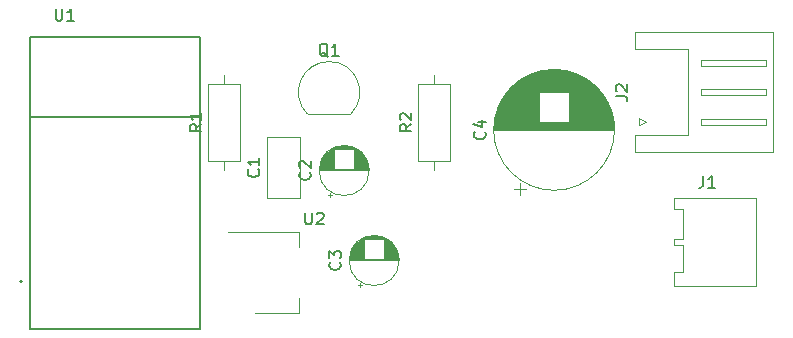
<source format=gbr>
%TF.GenerationSoftware,KiCad,Pcbnew,6.0.6-3a73a75311~116~ubuntu20.04.1*%
%TF.CreationDate,2022-07-17T11:06:13-05:00*%
%TF.ProjectId,esp_ha_integrator,6573705f-6861-45f6-996e-746567726174,rev?*%
%TF.SameCoordinates,Original*%
%TF.FileFunction,Legend,Top*%
%TF.FilePolarity,Positive*%
%FSLAX46Y46*%
G04 Gerber Fmt 4.6, Leading zero omitted, Abs format (unit mm)*
G04 Created by KiCad (PCBNEW 6.0.6-3a73a75311~116~ubuntu20.04.1) date 2022-07-17 11:06:13*
%MOMM*%
%LPD*%
G01*
G04 APERTURE LIST*
%ADD10C,0.150000*%
%ADD11C,0.127000*%
%ADD12C,0.200000*%
%ADD13C,0.120000*%
%ADD14C,0.100000*%
G04 APERTURE END LIST*
D10*
%TO.C,U1*%
X117818095Y-74207380D02*
X117818095Y-75016904D01*
X117865714Y-75112142D01*
X117913333Y-75159761D01*
X118008571Y-75207380D01*
X118199047Y-75207380D01*
X118294285Y-75159761D01*
X118341904Y-75112142D01*
X118389523Y-75016904D01*
X118389523Y-74207380D01*
X119389523Y-75207380D02*
X118818095Y-75207380D01*
X119103809Y-75207380D02*
X119103809Y-74207380D01*
X119008571Y-74350238D01*
X118913333Y-74445476D01*
X118818095Y-74493095D01*
%TO.C,J2*%
X165222380Y-81613333D02*
X165936666Y-81613333D01*
X166079523Y-81660952D01*
X166174761Y-81756190D01*
X166222380Y-81899047D01*
X166222380Y-81994285D01*
X165317619Y-81184761D02*
X165270000Y-81137142D01*
X165222380Y-81041904D01*
X165222380Y-80803809D01*
X165270000Y-80708571D01*
X165317619Y-80660952D01*
X165412857Y-80613333D01*
X165508095Y-80613333D01*
X165650952Y-80660952D01*
X166222380Y-81232380D01*
X166222380Y-80613333D01*
%TO.C,J1*%
X172640666Y-88352380D02*
X172640666Y-89066666D01*
X172593047Y-89209523D01*
X172497809Y-89304761D01*
X172354952Y-89352380D01*
X172259714Y-89352380D01*
X173640666Y-89352380D02*
X173069238Y-89352380D01*
X173354952Y-89352380D02*
X173354952Y-88352380D01*
X173259714Y-88495238D01*
X173164476Y-88590476D01*
X173069238Y-88638095D01*
%TO.C,Q1*%
X140874761Y-78267619D02*
X140779523Y-78220000D01*
X140684285Y-78124761D01*
X140541428Y-77981904D01*
X140446190Y-77934285D01*
X140350952Y-77934285D01*
X140398571Y-78172380D02*
X140303333Y-78124761D01*
X140208095Y-78029523D01*
X140160476Y-77839047D01*
X140160476Y-77505714D01*
X140208095Y-77315238D01*
X140303333Y-77220000D01*
X140398571Y-77172380D01*
X140589047Y-77172380D01*
X140684285Y-77220000D01*
X140779523Y-77315238D01*
X140827142Y-77505714D01*
X140827142Y-77839047D01*
X140779523Y-78029523D01*
X140684285Y-78124761D01*
X140589047Y-78172380D01*
X140398571Y-78172380D01*
X141779523Y-78172380D02*
X141208095Y-78172380D01*
X141493809Y-78172380D02*
X141493809Y-77172380D01*
X141398571Y-77315238D01*
X141303333Y-77410476D01*
X141208095Y-77458095D01*
%TO.C,R2*%
X147942380Y-83986666D02*
X147466190Y-84320000D01*
X147942380Y-84558095D02*
X146942380Y-84558095D01*
X146942380Y-84177142D01*
X146990000Y-84081904D01*
X147037619Y-84034285D01*
X147132857Y-83986666D01*
X147275714Y-83986666D01*
X147370952Y-84034285D01*
X147418571Y-84081904D01*
X147466190Y-84177142D01*
X147466190Y-84558095D01*
X147037619Y-83605714D02*
X146990000Y-83558095D01*
X146942380Y-83462857D01*
X146942380Y-83224761D01*
X146990000Y-83129523D01*
X147037619Y-83081904D01*
X147132857Y-83034285D01*
X147228095Y-83034285D01*
X147370952Y-83081904D01*
X147942380Y-83653333D01*
X147942380Y-83034285D01*
%TO.C,C3*%
X141887142Y-95686666D02*
X141934761Y-95734285D01*
X141982380Y-95877142D01*
X141982380Y-95972380D01*
X141934761Y-96115238D01*
X141839523Y-96210476D01*
X141744285Y-96258095D01*
X141553809Y-96305714D01*
X141410952Y-96305714D01*
X141220476Y-96258095D01*
X141125238Y-96210476D01*
X141030000Y-96115238D01*
X140982380Y-95972380D01*
X140982380Y-95877142D01*
X141030000Y-95734285D01*
X141077619Y-95686666D01*
X140982380Y-95353333D02*
X140982380Y-94734285D01*
X141363333Y-95067619D01*
X141363333Y-94924761D01*
X141410952Y-94829523D01*
X141458571Y-94781904D01*
X141553809Y-94734285D01*
X141791904Y-94734285D01*
X141887142Y-94781904D01*
X141934761Y-94829523D01*
X141982380Y-94924761D01*
X141982380Y-95210476D01*
X141934761Y-95305714D01*
X141887142Y-95353333D01*
%TO.C,C1*%
X134977142Y-87816666D02*
X135024761Y-87864285D01*
X135072380Y-88007142D01*
X135072380Y-88102380D01*
X135024761Y-88245238D01*
X134929523Y-88340476D01*
X134834285Y-88388095D01*
X134643809Y-88435714D01*
X134500952Y-88435714D01*
X134310476Y-88388095D01*
X134215238Y-88340476D01*
X134120000Y-88245238D01*
X134072380Y-88102380D01*
X134072380Y-88007142D01*
X134120000Y-87864285D01*
X134167619Y-87816666D01*
X135072380Y-86864285D02*
X135072380Y-87435714D01*
X135072380Y-87150000D02*
X134072380Y-87150000D01*
X134215238Y-87245238D01*
X134310476Y-87340476D01*
X134358095Y-87435714D01*
%TO.C,C2*%
X139347142Y-88066666D02*
X139394761Y-88114285D01*
X139442380Y-88257142D01*
X139442380Y-88352380D01*
X139394761Y-88495238D01*
X139299523Y-88590476D01*
X139204285Y-88638095D01*
X139013809Y-88685714D01*
X138870952Y-88685714D01*
X138680476Y-88638095D01*
X138585238Y-88590476D01*
X138490000Y-88495238D01*
X138442380Y-88352380D01*
X138442380Y-88257142D01*
X138490000Y-88114285D01*
X138537619Y-88066666D01*
X138537619Y-87685714D02*
X138490000Y-87638095D01*
X138442380Y-87542857D01*
X138442380Y-87304761D01*
X138490000Y-87209523D01*
X138537619Y-87161904D01*
X138632857Y-87114285D01*
X138728095Y-87114285D01*
X138870952Y-87161904D01*
X139442380Y-87733333D01*
X139442380Y-87114285D01*
%TO.C,C4*%
X154127142Y-84626666D02*
X154174761Y-84674285D01*
X154222380Y-84817142D01*
X154222380Y-84912380D01*
X154174761Y-85055238D01*
X154079523Y-85150476D01*
X153984285Y-85198095D01*
X153793809Y-85245714D01*
X153650952Y-85245714D01*
X153460476Y-85198095D01*
X153365238Y-85150476D01*
X153270000Y-85055238D01*
X153222380Y-84912380D01*
X153222380Y-84817142D01*
X153270000Y-84674285D01*
X153317619Y-84626666D01*
X153555714Y-83769523D02*
X154222380Y-83769523D01*
X153174761Y-84007619D02*
X153889047Y-84245714D01*
X153889047Y-83626666D01*
%TO.C,R1*%
X130162380Y-83986666D02*
X129686190Y-84320000D01*
X130162380Y-84558095D02*
X129162380Y-84558095D01*
X129162380Y-84177142D01*
X129210000Y-84081904D01*
X129257619Y-84034285D01*
X129352857Y-83986666D01*
X129495714Y-83986666D01*
X129590952Y-84034285D01*
X129638571Y-84081904D01*
X129686190Y-84177142D01*
X129686190Y-84558095D01*
X130162380Y-83034285D02*
X130162380Y-83605714D01*
X130162380Y-83320000D02*
X129162380Y-83320000D01*
X129305238Y-83415238D01*
X129400476Y-83510476D01*
X129448095Y-83605714D01*
%TO.C,U2*%
X138938095Y-91472380D02*
X138938095Y-92281904D01*
X138985714Y-92377142D01*
X139033333Y-92424761D01*
X139128571Y-92472380D01*
X139319047Y-92472380D01*
X139414285Y-92424761D01*
X139461904Y-92377142D01*
X139509523Y-92281904D01*
X139509523Y-91472380D01*
X139938095Y-91567619D02*
X139985714Y-91520000D01*
X140080952Y-91472380D01*
X140319047Y-91472380D01*
X140414285Y-91520000D01*
X140461904Y-91567619D01*
X140509523Y-91662857D01*
X140509523Y-91758095D01*
X140461904Y-91900952D01*
X139890476Y-92472380D01*
X140509523Y-92472380D01*
D11*
%TO.C,U1*%
X130055000Y-101340000D02*
X115655000Y-101340000D01*
X115655000Y-101340000D02*
X115655000Y-83340000D01*
X130055000Y-83340000D02*
X115655000Y-83340000D01*
X115655000Y-83340000D02*
X115655000Y-76640000D01*
X130055000Y-83340000D02*
X130055000Y-101340000D01*
X115655000Y-76640000D02*
X130055000Y-76640000D01*
X130055000Y-76640000D02*
X130055000Y-83340000D01*
D12*
X115005000Y-97300000D02*
G75*
G03*
X115005000Y-97300000I-100000J0D01*
G01*
D13*
%TO.C,J2*%
X172470000Y-81530000D02*
X177970000Y-81530000D01*
X177970000Y-81030000D02*
X172470000Y-81030000D01*
X172470000Y-83530000D02*
X172470000Y-84030000D01*
X167170000Y-83480000D02*
X167770000Y-83780000D01*
X177970000Y-78530000D02*
X172470000Y-78530000D01*
X172470000Y-84030000D02*
X177970000Y-84030000D01*
X177970000Y-84030000D02*
X177970000Y-83530000D01*
X177970000Y-79030000D02*
X177970000Y-78530000D01*
X167770000Y-83780000D02*
X167170000Y-84080000D01*
X172470000Y-79030000D02*
X177970000Y-79030000D01*
X167170000Y-84080000D02*
X167170000Y-83480000D01*
X171360000Y-84920000D02*
X171360000Y-81280000D01*
X166860000Y-76220000D02*
X166860000Y-77640000D01*
X177970000Y-81530000D02*
X177970000Y-81030000D01*
X178580000Y-76220000D02*
X166860000Y-76220000D01*
X166860000Y-77640000D02*
X171360000Y-77640000D01*
X171360000Y-77640000D02*
X171360000Y-81280000D01*
X172470000Y-78530000D02*
X172470000Y-79030000D01*
X166860000Y-84920000D02*
X171360000Y-84920000D01*
X178580000Y-81280000D02*
X178580000Y-76220000D01*
X166860000Y-86340000D02*
X166860000Y-84920000D01*
X177970000Y-83530000D02*
X172470000Y-83530000D01*
X178580000Y-81280000D02*
X178580000Y-86340000D01*
X178580000Y-86340000D02*
X166860000Y-86340000D01*
X172470000Y-81030000D02*
X172470000Y-81530000D01*
%TO.C,J1*%
X170180000Y-93726000D02*
X170180000Y-94234000D01*
X170942000Y-91186000D02*
X170942000Y-93726000D01*
X170180000Y-90260000D02*
X170180000Y-91186000D01*
X170942000Y-94234000D02*
X170942000Y-96520000D01*
X177120000Y-90260000D02*
X177120000Y-97700000D01*
X170942000Y-93726000D02*
X170180000Y-93726000D01*
X170180000Y-94234000D02*
X170942000Y-94234000D01*
D14*
X170180000Y-97700000D02*
X177120000Y-97700000D01*
D13*
X170942000Y-96520000D02*
X170180000Y-96520000D01*
X170180000Y-96520000D02*
X170180000Y-97700000D01*
D14*
X170180000Y-90260000D02*
X177120000Y-90260000D01*
D13*
X170180000Y-91186000D02*
X170942000Y-91186000D01*
%TO.C,Q1*%
X139170000Y-83130000D02*
X142770000Y-83130000D01*
X142808478Y-83118478D02*
G75*
G03*
X140970000Y-78680000I-1838478J1838478D01*
G01*
X140970000Y-78679999D02*
G75*
G03*
X139131522Y-83118478I0J-2600001D01*
G01*
%TO.C,R2*%
X148490000Y-80550000D02*
X148490000Y-87090000D01*
X148490000Y-87090000D02*
X151230000Y-87090000D01*
X149860000Y-87860000D02*
X149860000Y-87090000D01*
X149860000Y-79780000D02*
X149860000Y-80550000D01*
X151230000Y-80550000D02*
X148490000Y-80550000D01*
X151230000Y-87090000D02*
X151230000Y-80550000D01*
%TO.C,C3*%
X143045000Y-94359000D02*
X143940000Y-94359000D01*
X143580000Y-93799000D02*
X143940000Y-93799000D01*
X143072000Y-94319000D02*
X143940000Y-94319000D01*
X145620000Y-95000000D02*
X146796000Y-95000000D01*
X145620000Y-93879000D02*
X146084000Y-93879000D01*
X145620000Y-94960000D02*
X146785000Y-94960000D01*
X143526000Y-93839000D02*
X143940000Y-93839000D01*
X142755000Y-95040000D02*
X143940000Y-95040000D01*
X144243000Y-93479000D02*
X145317000Y-93479000D01*
X142738000Y-95120000D02*
X143940000Y-95120000D01*
X144410000Y-93439000D02*
X145150000Y-93439000D01*
X142709000Y-95320000D02*
X143940000Y-95320000D01*
X145620000Y-94719000D02*
X146704000Y-94719000D01*
X145620000Y-94799000D02*
X146734000Y-94799000D01*
X145620000Y-94880000D02*
X146762000Y-94880000D01*
X145620000Y-94399000D02*
X146540000Y-94399000D01*
X145620000Y-93919000D02*
X146131000Y-93919000D01*
X145620000Y-93759000D02*
X145922000Y-93759000D01*
X145620000Y-95280000D02*
X146847000Y-95280000D01*
X142764000Y-95000000D02*
X143940000Y-95000000D01*
X143840000Y-93639000D02*
X145720000Y-93639000D01*
X143700000Y-93719000D02*
X143940000Y-93719000D01*
X145620000Y-94079000D02*
X146296000Y-94079000D01*
X145620000Y-95320000D02*
X146851000Y-95320000D01*
X142718000Y-95240000D02*
X143940000Y-95240000D01*
X145620000Y-94559000D02*
X146631000Y-94559000D01*
X145620000Y-95160000D02*
X146830000Y-95160000D01*
X142730000Y-95160000D02*
X143940000Y-95160000D01*
X145620000Y-94319000D02*
X146488000Y-94319000D01*
X145620000Y-93839000D02*
X146034000Y-93839000D01*
X145620000Y-94840000D02*
X146748000Y-94840000D01*
X143020000Y-94399000D02*
X143940000Y-94399000D01*
X145620000Y-94679000D02*
X146687000Y-94679000D01*
X143585000Y-97789801D02*
X143585000Y-97389801D01*
X145620000Y-94039000D02*
X146258000Y-94039000D01*
X142700000Y-95480000D02*
X146860000Y-95480000D01*
X143385000Y-97589801D02*
X143785000Y-97589801D01*
X144012000Y-93559000D02*
X145548000Y-93559000D01*
X145620000Y-95080000D02*
X146814000Y-95080000D01*
X145620000Y-94279000D02*
X146460000Y-94279000D01*
X145620000Y-94359000D02*
X146515000Y-94359000D01*
X143476000Y-93879000D02*
X143940000Y-93879000D01*
X143384000Y-93959000D02*
X143940000Y-93959000D01*
X145620000Y-95120000D02*
X146822000Y-95120000D01*
X145620000Y-94519000D02*
X146610000Y-94519000D01*
X142856000Y-94719000D02*
X143940000Y-94719000D01*
X143193000Y-94159000D02*
X143940000Y-94159000D01*
X145620000Y-94439000D02*
X146565000Y-94439000D01*
X142746000Y-95080000D02*
X143940000Y-95080000D01*
X142840000Y-94759000D02*
X143940000Y-94759000D01*
X143264000Y-94079000D02*
X143940000Y-94079000D01*
X142950000Y-94519000D02*
X143940000Y-94519000D01*
X145620000Y-93999000D02*
X146218000Y-93999000D01*
X143767000Y-93679000D02*
X145793000Y-93679000D01*
X142812000Y-94840000D02*
X143940000Y-94840000D01*
X142703000Y-95400000D02*
X146857000Y-95400000D01*
X145620000Y-94920000D02*
X146774000Y-94920000D01*
X142891000Y-94639000D02*
X143940000Y-94639000D01*
X144116000Y-93519000D02*
X145444000Y-93519000D01*
X143130000Y-94239000D02*
X143940000Y-94239000D01*
X145620000Y-94759000D02*
X146720000Y-94759000D01*
X142706000Y-95360000D02*
X146854000Y-95360000D01*
X143302000Y-94039000D02*
X143940000Y-94039000D01*
X143429000Y-93919000D02*
X143940000Y-93919000D01*
X142910000Y-94599000D02*
X143940000Y-94599000D01*
X145620000Y-94119000D02*
X146332000Y-94119000D01*
X142972000Y-94479000D02*
X143940000Y-94479000D01*
X143342000Y-93999000D02*
X143940000Y-93999000D01*
X145620000Y-95200000D02*
X146836000Y-95200000D01*
X142798000Y-94880000D02*
X143940000Y-94880000D01*
X143100000Y-94279000D02*
X143940000Y-94279000D01*
X145620000Y-93799000D02*
X145980000Y-93799000D01*
X145620000Y-94159000D02*
X146367000Y-94159000D01*
X145620000Y-94479000D02*
X146588000Y-94479000D01*
X143161000Y-94199000D02*
X143940000Y-94199000D01*
X142995000Y-94439000D02*
X143940000Y-94439000D01*
X145620000Y-94239000D02*
X146430000Y-94239000D01*
X143921000Y-93599000D02*
X145639000Y-93599000D01*
X142701000Y-95440000D02*
X146859000Y-95440000D01*
X145620000Y-95240000D02*
X146842000Y-95240000D01*
X142724000Y-95200000D02*
X143940000Y-95200000D01*
X142786000Y-94920000D02*
X143940000Y-94920000D01*
X142929000Y-94559000D02*
X143940000Y-94559000D01*
X145620000Y-94639000D02*
X146669000Y-94639000D01*
X142713000Y-95280000D02*
X143940000Y-95280000D01*
X142873000Y-94679000D02*
X143940000Y-94679000D01*
X142700000Y-95520000D02*
X146860000Y-95520000D01*
X142826000Y-94799000D02*
X143940000Y-94799000D01*
X142775000Y-94960000D02*
X143940000Y-94960000D01*
X145620000Y-95040000D02*
X146805000Y-95040000D01*
X145620000Y-93719000D02*
X145860000Y-93719000D01*
X145620000Y-94599000D02*
X146650000Y-94599000D01*
X145620000Y-93959000D02*
X146176000Y-93959000D01*
X143228000Y-94119000D02*
X143940000Y-94119000D01*
X143638000Y-93759000D02*
X143940000Y-93759000D01*
X145620000Y-94199000D02*
X146399000Y-94199000D01*
X146900000Y-95520000D02*
G75*
G03*
X146900000Y-95520000I-2120000J0D01*
G01*
%TO.C,C1*%
X138490000Y-90270000D02*
X138490000Y-85030000D01*
X135750000Y-90270000D02*
X135750000Y-85030000D01*
X135750000Y-85030000D02*
X138490000Y-85030000D01*
X135750000Y-90270000D02*
X138490000Y-90270000D01*
%TO.C,C2*%
X140160000Y-87860000D02*
X144320000Y-87860000D01*
X140206000Y-87460000D02*
X141400000Y-87460000D01*
X141472000Y-85939000D02*
X143008000Y-85939000D01*
X141300000Y-86019000D02*
X143180000Y-86019000D01*
X140845000Y-89969801D02*
X141245000Y-89969801D01*
X140986000Y-86219000D02*
X141400000Y-86219000D01*
X140166000Y-87740000D02*
X144314000Y-87740000D01*
X143080000Y-87099000D02*
X144164000Y-87099000D01*
X143080000Y-86099000D02*
X143320000Y-86099000D01*
X140224000Y-87380000D02*
X141400000Y-87380000D01*
X140762000Y-86419000D02*
X141400000Y-86419000D01*
X143080000Y-87580000D02*
X144296000Y-87580000D01*
X143080000Y-87059000D02*
X144147000Y-87059000D01*
X140169000Y-87700000D02*
X141400000Y-87700000D01*
X141160000Y-86099000D02*
X141400000Y-86099000D01*
X140300000Y-87139000D02*
X141400000Y-87139000D01*
X140163000Y-87780000D02*
X144317000Y-87780000D01*
X140184000Y-87580000D02*
X141400000Y-87580000D01*
X140246000Y-87300000D02*
X141400000Y-87300000D01*
X140455000Y-86819000D02*
X141400000Y-86819000D01*
X143080000Y-86579000D02*
X143859000Y-86579000D01*
X140724000Y-86459000D02*
X141400000Y-86459000D01*
X143080000Y-87019000D02*
X144129000Y-87019000D01*
X140160000Y-87900000D02*
X144320000Y-87900000D01*
X140333000Y-87059000D02*
X141400000Y-87059000D01*
X140653000Y-86539000D02*
X141400000Y-86539000D01*
X143080000Y-86419000D02*
X143718000Y-86419000D01*
X143080000Y-86499000D02*
X143792000Y-86499000D01*
X143080000Y-86779000D02*
X144000000Y-86779000D01*
X140272000Y-87220000D02*
X141400000Y-87220000D01*
X141381000Y-85979000D02*
X143099000Y-85979000D01*
X140178000Y-87620000D02*
X141400000Y-87620000D01*
X143080000Y-87700000D02*
X144311000Y-87700000D01*
X143080000Y-86739000D02*
X143975000Y-86739000D01*
X143080000Y-87179000D02*
X144194000Y-87179000D01*
X140621000Y-86579000D02*
X141400000Y-86579000D01*
X140936000Y-86259000D02*
X141400000Y-86259000D01*
X140688000Y-86499000D02*
X141400000Y-86499000D01*
X143080000Y-87380000D02*
X144256000Y-87380000D01*
X143080000Y-86979000D02*
X144110000Y-86979000D01*
X140560000Y-86659000D02*
X141400000Y-86659000D01*
X143080000Y-87340000D02*
X144245000Y-87340000D01*
X143080000Y-86219000D02*
X143494000Y-86219000D01*
X143080000Y-87260000D02*
X144222000Y-87260000D01*
X140532000Y-86699000D02*
X141400000Y-86699000D01*
X141870000Y-85819000D02*
X142610000Y-85819000D01*
X140316000Y-87099000D02*
X141400000Y-87099000D01*
X143080000Y-87220000D02*
X144208000Y-87220000D01*
X143080000Y-86139000D02*
X143382000Y-86139000D01*
X140198000Y-87500000D02*
X141400000Y-87500000D01*
X141098000Y-86139000D02*
X141400000Y-86139000D01*
X140410000Y-86899000D02*
X141400000Y-86899000D01*
X140590000Y-86619000D02*
X141400000Y-86619000D01*
X140889000Y-86299000D02*
X141400000Y-86299000D01*
X143080000Y-87460000D02*
X144274000Y-87460000D01*
X140161000Y-87820000D02*
X144319000Y-87820000D01*
X143080000Y-87300000D02*
X144234000Y-87300000D01*
X143080000Y-86459000D02*
X143756000Y-86459000D01*
X140351000Y-87019000D02*
X141400000Y-87019000D01*
X140432000Y-86859000D02*
X141400000Y-86859000D01*
X140235000Y-87340000D02*
X141400000Y-87340000D01*
X141703000Y-85859000D02*
X142777000Y-85859000D01*
X143080000Y-86379000D02*
X143678000Y-86379000D01*
X140215000Y-87420000D02*
X141400000Y-87420000D01*
X143080000Y-87620000D02*
X144302000Y-87620000D01*
X140173000Y-87660000D02*
X141400000Y-87660000D01*
X143080000Y-86259000D02*
X143544000Y-86259000D01*
X140480000Y-86779000D02*
X141400000Y-86779000D01*
X143080000Y-86179000D02*
X143440000Y-86179000D01*
X140389000Y-86939000D02*
X141400000Y-86939000D01*
X143080000Y-86619000D02*
X143890000Y-86619000D01*
X143080000Y-86659000D02*
X143920000Y-86659000D01*
X141576000Y-85899000D02*
X142904000Y-85899000D01*
X143080000Y-86859000D02*
X144048000Y-86859000D01*
X143080000Y-87540000D02*
X144290000Y-87540000D01*
X140844000Y-86339000D02*
X141400000Y-86339000D01*
X143080000Y-86899000D02*
X144070000Y-86899000D01*
X141227000Y-86059000D02*
X143253000Y-86059000D01*
X143080000Y-86339000D02*
X143636000Y-86339000D01*
X140505000Y-86739000D02*
X141400000Y-86739000D01*
X143080000Y-87500000D02*
X144282000Y-87500000D01*
X143080000Y-86539000D02*
X143827000Y-86539000D01*
X140190000Y-87540000D02*
X141400000Y-87540000D01*
X140370000Y-86979000D02*
X141400000Y-86979000D01*
X143080000Y-87420000D02*
X144265000Y-87420000D01*
X143080000Y-87660000D02*
X144307000Y-87660000D01*
X143080000Y-86819000D02*
X144025000Y-86819000D01*
X143080000Y-86299000D02*
X143591000Y-86299000D01*
X141040000Y-86179000D02*
X141400000Y-86179000D01*
X140286000Y-87179000D02*
X141400000Y-87179000D01*
X140802000Y-86379000D02*
X141400000Y-86379000D01*
X143080000Y-86939000D02*
X144091000Y-86939000D01*
X140258000Y-87260000D02*
X141400000Y-87260000D01*
X143080000Y-86699000D02*
X143948000Y-86699000D01*
X141045000Y-90169801D02*
X141045000Y-89769801D01*
X143080000Y-87139000D02*
X144180000Y-87139000D01*
X144360000Y-87900000D02*
G75*
G03*
X144360000Y-87900000I-2120000J0D01*
G01*
%TO.C,C4*%
X155625000Y-81899000D02*
X158779000Y-81899000D01*
X161261000Y-82339000D02*
X164641000Y-82339000D01*
X161261000Y-82539000D02*
X164727000Y-82539000D01*
X155854000Y-81539000D02*
X158779000Y-81539000D01*
X157075000Y-80299000D02*
X162965000Y-80299000D01*
X156063000Y-81259000D02*
X163977000Y-81259000D01*
X155558000Y-82019000D02*
X158779000Y-82019000D01*
X154941000Y-84340000D02*
X165099000Y-84340000D01*
X156128000Y-81179000D02*
X163912000Y-81179000D01*
X161261000Y-82259000D02*
X164604000Y-82259000D01*
X156673000Y-80619000D02*
X163367000Y-80619000D01*
X155135000Y-83059000D02*
X158779000Y-83059000D01*
X161261000Y-83019000D02*
X164894000Y-83019000D01*
X161261000Y-83139000D02*
X164927000Y-83139000D01*
X161261000Y-81779000D02*
X164343000Y-81779000D01*
X154985000Y-83780000D02*
X158779000Y-83780000D01*
X155330000Y-82499000D02*
X158779000Y-82499000D01*
X161261000Y-83459000D02*
X165002000Y-83459000D01*
X155266000Y-82659000D02*
X158779000Y-82659000D01*
X154966000Y-83940000D02*
X165074000Y-83940000D01*
X155183000Y-82899000D02*
X158779000Y-82899000D01*
X161261000Y-83780000D02*
X165055000Y-83780000D01*
X161261000Y-83499000D02*
X165010000Y-83499000D01*
X155436000Y-82259000D02*
X158779000Y-82259000D01*
X161261000Y-82979000D02*
X164882000Y-82979000D01*
X161261000Y-81819000D02*
X164367000Y-81819000D01*
X158642000Y-79539000D02*
X161398000Y-79539000D01*
X161261000Y-83339000D02*
X164976000Y-83339000D01*
X161261000Y-82739000D02*
X164803000Y-82739000D01*
X159158000Y-79419000D02*
X160882000Y-79419000D01*
X155113000Y-83139000D02*
X158779000Y-83139000D01*
X155064000Y-83339000D02*
X158779000Y-83339000D01*
X158790000Y-79499000D02*
X161250000Y-79499000D01*
X161261000Y-83299000D02*
X164967000Y-83299000D01*
X158076000Y-79739000D02*
X161964000Y-79739000D01*
X157895000Y-79819000D02*
X162145000Y-79819000D01*
X157811000Y-79859000D02*
X162229000Y-79859000D01*
X154990000Y-83739000D02*
X158779000Y-83739000D01*
X155722000Y-81739000D02*
X158779000Y-81739000D01*
X154962000Y-83980000D02*
X165078000Y-83980000D01*
X156966000Y-80379000D02*
X163074000Y-80379000D01*
X161261000Y-82659000D02*
X164774000Y-82659000D01*
X161261000Y-82419000D02*
X164677000Y-82419000D01*
X161261000Y-82299000D02*
X164623000Y-82299000D01*
X161261000Y-82379000D02*
X164659000Y-82379000D01*
X159421000Y-79379000D02*
X160619000Y-79379000D01*
X161261000Y-82579000D02*
X164743000Y-82579000D01*
X155209000Y-82819000D02*
X158779000Y-82819000D01*
X155417000Y-82299000D02*
X158779000Y-82299000D01*
X155495000Y-82139000D02*
X158779000Y-82139000D01*
X161261000Y-82699000D02*
X164788000Y-82699000D01*
X161261000Y-83699000D02*
X165044000Y-83699000D01*
X155580000Y-81979000D02*
X158779000Y-81979000D01*
X161261000Y-81379000D02*
X164070000Y-81379000D01*
X156500000Y-80779000D02*
X163540000Y-80779000D01*
X157581000Y-79979000D02*
X162459000Y-79979000D01*
X161261000Y-83739000D02*
X165050000Y-83739000D01*
X161261000Y-81459000D02*
X164130000Y-81459000D01*
X156380000Y-80899000D02*
X163660000Y-80899000D01*
X154980000Y-83820000D02*
X165060000Y-83820000D01*
X161261000Y-82459000D02*
X164694000Y-82459000D01*
X157020000Y-80339000D02*
X163020000Y-80339000D01*
X161261000Y-82899000D02*
X164857000Y-82899000D01*
X155826000Y-81579000D02*
X158779000Y-81579000D01*
X155223000Y-82779000D02*
X158779000Y-82779000D01*
X156766000Y-80539000D02*
X163274000Y-80539000D01*
X161261000Y-82019000D02*
X164482000Y-82019000D01*
X154970000Y-83900000D02*
X165070000Y-83900000D01*
X157311000Y-80139000D02*
X162729000Y-80139000D01*
X155016000Y-83579000D02*
X158779000Y-83579000D01*
X155146000Y-83019000D02*
X158779000Y-83019000D01*
X156196000Y-81099000D02*
X163844000Y-81099000D01*
X155123000Y-83099000D02*
X158779000Y-83099000D01*
X156814000Y-80499000D02*
X163226000Y-80499000D01*
X155009000Y-83619000D02*
X158779000Y-83619000D01*
X155363000Y-82419000D02*
X158779000Y-82419000D01*
X161261000Y-81699000D02*
X164293000Y-81699000D01*
X156304000Y-80979000D02*
X163736000Y-80979000D01*
X154955000Y-84060000D02*
X165085000Y-84060000D01*
X161261000Y-82619000D02*
X164758000Y-82619000D01*
X154943000Y-84260000D02*
X165097000Y-84260000D01*
X155237000Y-82739000D02*
X158779000Y-82739000D01*
X156864000Y-80459000D02*
X163176000Y-80459000D01*
X157145000Y-89939646D02*
X157145000Y-88939646D01*
X155158000Y-82979000D02*
X158779000Y-82979000D01*
X155649000Y-81859000D02*
X158779000Y-81859000D01*
X161261000Y-82499000D02*
X164710000Y-82499000D01*
X155073000Y-83299000D02*
X158779000Y-83299000D01*
X155023000Y-83539000D02*
X158779000Y-83539000D01*
X157510000Y-80019000D02*
X162530000Y-80019000D01*
X161261000Y-82779000D02*
X164817000Y-82779000D01*
X156000000Y-81339000D02*
X158779000Y-81339000D01*
X155055000Y-83379000D02*
X158779000Y-83379000D01*
X154940000Y-84420000D02*
X165100000Y-84420000D01*
X161261000Y-82939000D02*
X164870000Y-82939000D01*
X161261000Y-82859000D02*
X164844000Y-82859000D01*
X156645000Y-89439646D02*
X157645000Y-89439646D01*
X161261000Y-81739000D02*
X164318000Y-81739000D01*
X155537000Y-82059000D02*
X158779000Y-82059000D01*
X156459000Y-80819000D02*
X163581000Y-80819000D01*
X156914000Y-80419000D02*
X163126000Y-80419000D01*
X155030000Y-83499000D02*
X158779000Y-83499000D01*
X158278000Y-79659000D02*
X161762000Y-79659000D01*
X155910000Y-81459000D02*
X158779000Y-81459000D01*
X155697000Y-81779000D02*
X158779000Y-81779000D01*
X161261000Y-82179000D02*
X164565000Y-82179000D01*
X161261000Y-81899000D02*
X164415000Y-81899000D01*
X154942000Y-84300000D02*
X165098000Y-84300000D01*
X161261000Y-81939000D02*
X164437000Y-81939000D01*
X161261000Y-81659000D02*
X164267000Y-81659000D01*
X161261000Y-83539000D02*
X165017000Y-83539000D01*
X161261000Y-82819000D02*
X164831000Y-82819000D01*
X155882000Y-81499000D02*
X158779000Y-81499000D01*
X161261000Y-83419000D02*
X164994000Y-83419000D01*
X157190000Y-80219000D02*
X162850000Y-80219000D01*
X155673000Y-81819000D02*
X158779000Y-81819000D01*
X155456000Y-82219000D02*
X158779000Y-82219000D01*
X155092000Y-83219000D02*
X158779000Y-83219000D01*
X156267000Y-81019000D02*
X163773000Y-81019000D01*
X161261000Y-83379000D02*
X164985000Y-83379000D01*
X156719000Y-80579000D02*
X163321000Y-80579000D01*
X158390000Y-79619000D02*
X161650000Y-79619000D01*
X155252000Y-82699000D02*
X158779000Y-82699000D01*
X161261000Y-81979000D02*
X164460000Y-81979000D01*
X161261000Y-81419000D02*
X164100000Y-81419000D01*
X155046000Y-83419000D02*
X158779000Y-83419000D01*
X155773000Y-81659000D02*
X158779000Y-81659000D01*
X158510000Y-79579000D02*
X161530000Y-79579000D01*
X155346000Y-82459000D02*
X158779000Y-82459000D01*
X156231000Y-81059000D02*
X163809000Y-81059000D01*
X155399000Y-82339000D02*
X158779000Y-82339000D01*
X157655000Y-79939000D02*
X162385000Y-79939000D01*
X155282000Y-82619000D02*
X158779000Y-82619000D01*
X155297000Y-82579000D02*
X158779000Y-82579000D01*
X161261000Y-83219000D02*
X164948000Y-83219000D01*
X156095000Y-81219000D02*
X163945000Y-81219000D01*
X161261000Y-83179000D02*
X164938000Y-83179000D01*
X155170000Y-82939000D02*
X158779000Y-82939000D01*
X157441000Y-80059000D02*
X162599000Y-80059000D01*
X157731000Y-79899000D02*
X162309000Y-79899000D01*
X157983000Y-79779000D02*
X162057000Y-79779000D01*
X155002000Y-83659000D02*
X158779000Y-83659000D01*
X157375000Y-80099000D02*
X162665000Y-80099000D01*
X161261000Y-81339000D02*
X164040000Y-81339000D01*
X156628000Y-80659000D02*
X163412000Y-80659000D01*
X155799000Y-81619000D02*
X158779000Y-81619000D01*
X161261000Y-81499000D02*
X164158000Y-81499000D01*
X161261000Y-83099000D02*
X164917000Y-83099000D01*
X155603000Y-81939000D02*
X158779000Y-81939000D01*
X154975000Y-83860000D02*
X165065000Y-83860000D01*
X154947000Y-84180000D02*
X165093000Y-84180000D01*
X157250000Y-80179000D02*
X162790000Y-80179000D01*
X156031000Y-81299000D02*
X164009000Y-81299000D01*
X155747000Y-81699000D02*
X158779000Y-81699000D01*
X161261000Y-83059000D02*
X164905000Y-83059000D01*
X161261000Y-82139000D02*
X164545000Y-82139000D01*
X156162000Y-81139000D02*
X163878000Y-81139000D01*
X155970000Y-81379000D02*
X158779000Y-81379000D01*
X154996000Y-83699000D02*
X158779000Y-83699000D01*
X161261000Y-83259000D02*
X164958000Y-83259000D01*
X155940000Y-81419000D02*
X158779000Y-81419000D01*
X155475000Y-82179000D02*
X158779000Y-82179000D01*
X155313000Y-82539000D02*
X158779000Y-82539000D01*
X155102000Y-83179000D02*
X158779000Y-83179000D01*
X161261000Y-81619000D02*
X164241000Y-81619000D01*
X161261000Y-83579000D02*
X165024000Y-83579000D01*
X161261000Y-81539000D02*
X164186000Y-81539000D01*
X161261000Y-82219000D02*
X164584000Y-82219000D01*
X156341000Y-80939000D02*
X163699000Y-80939000D01*
X161261000Y-83619000D02*
X165031000Y-83619000D01*
X158174000Y-79699000D02*
X161866000Y-79699000D01*
X157131000Y-80259000D02*
X162909000Y-80259000D01*
X154958000Y-84020000D02*
X165082000Y-84020000D01*
X158958000Y-79459000D02*
X161082000Y-79459000D01*
X154940000Y-84460000D02*
X165100000Y-84460000D01*
X156542000Y-80739000D02*
X163498000Y-80739000D01*
X154952000Y-84100000D02*
X165088000Y-84100000D01*
X155381000Y-82379000D02*
X158779000Y-82379000D01*
X161261000Y-81579000D02*
X164214000Y-81579000D01*
X154940000Y-84380000D02*
X165100000Y-84380000D01*
X156584000Y-80699000D02*
X163456000Y-80699000D01*
X161261000Y-81859000D02*
X164391000Y-81859000D01*
X155196000Y-82859000D02*
X158779000Y-82859000D01*
X161261000Y-83659000D02*
X165038000Y-83659000D01*
X161261000Y-82059000D02*
X164503000Y-82059000D01*
X154945000Y-84220000D02*
X165095000Y-84220000D01*
X155516000Y-82099000D02*
X158779000Y-82099000D01*
X155082000Y-83259000D02*
X158779000Y-83259000D01*
X161261000Y-82099000D02*
X164524000Y-82099000D01*
X154950000Y-84140000D02*
X165090000Y-84140000D01*
X156419000Y-80859000D02*
X163621000Y-80859000D01*
X155038000Y-83459000D02*
X158779000Y-83459000D01*
X165140000Y-84460000D02*
G75*
G03*
X165140000Y-84460000I-5120000J0D01*
G01*
%TO.C,R1*%
X130710000Y-80550000D02*
X130710000Y-87090000D01*
X133450000Y-80550000D02*
X130710000Y-80550000D01*
X133450000Y-87090000D02*
X133450000Y-80550000D01*
X132080000Y-79780000D02*
X132080000Y-80550000D01*
X132080000Y-87860000D02*
X132080000Y-87090000D01*
X130710000Y-87090000D02*
X133450000Y-87090000D01*
%TO.C,U2*%
X138460000Y-93110000D02*
X138460000Y-94370000D01*
X138460000Y-99930000D02*
X138460000Y-98670000D01*
X132450000Y-93110000D02*
X138460000Y-93110000D01*
X134700000Y-99930000D02*
X138460000Y-99930000D01*
%TD*%
M02*

</source>
